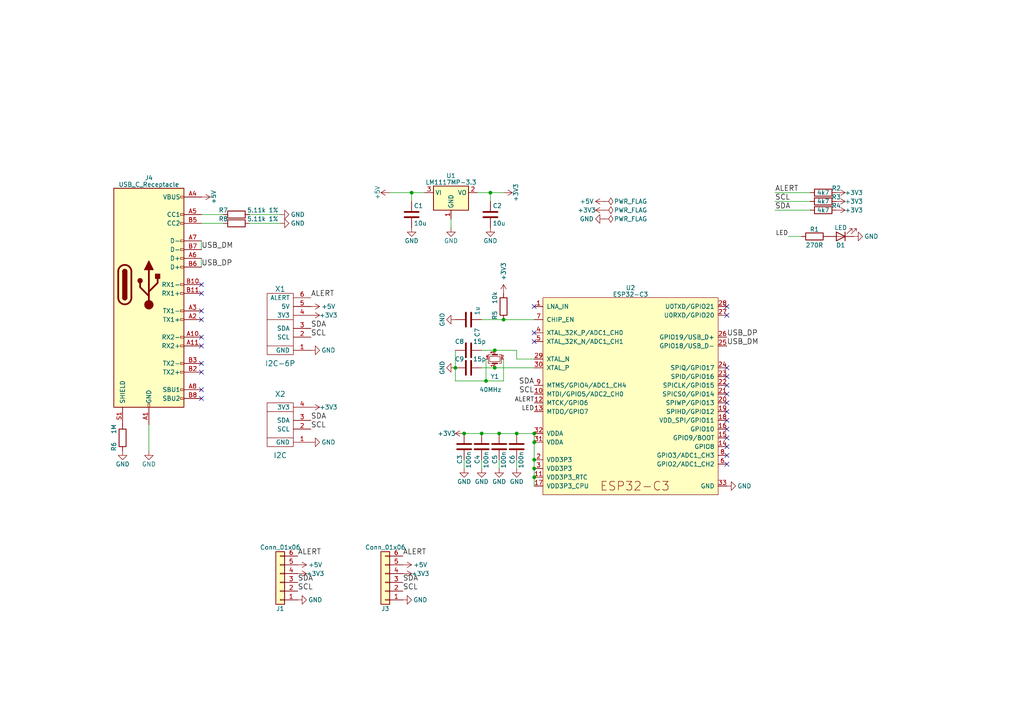
<source format=kicad_sch>
(kicad_sch (version 20230409) (generator eeschema)
  (paper "A4")
  (lib_symbols
    (symbol "Connector:USB_C_Receptacle" (pin_names (offset 1.016))
      (property "Reference" "J" (at -10.16 29.21 0))
      (property "Value" "USB_C_Receptacle" (at 10.16 29.21 0))
      (symbol "USB_C_Receptacle_0_0"
        (rectangle (start -0.254 -35.56) (end 0.254 -34.544))
        (rectangle (start 10.16 -32.766) (end 9.144 -33.274))
        (rectangle (start 10.16 -30.226) (end 9.144 -30.734))
        (rectangle (start 10.16 -25.146) (end 9.144 -25.654))
        (rectangle (start 10.16 -22.606) (end 9.144 -23.114))
        (rectangle (start 10.16 -17.526) (end 9.144 -18.034))
        (rectangle (start 10.16 -14.986) (end 9.144 -15.494))
        (rectangle (start 10.16 -9.906) (end 9.144 -10.414))
        (rectangle (start 10.16 -7.366) (end 9.144 -7.874))
        (rectangle (start 10.16 -2.286) (end 9.144 -2.794))
        (rectangle (start 10.16 0.254) (end 9.144 -0.254))
        (rectangle (start 10.16 5.334) (end 9.144 4.826))
        (rectangle (start 10.16 7.874) (end 9.144 7.366))
        (rectangle (start 10.16 10.414) (end 9.144 9.906))
        (rectangle (start 10.16 12.954) (end 9.144 12.446))
        (rectangle (start 10.16 18.034) (end 9.144 17.526))
        (rectangle (start 10.16 20.574) (end 9.144 20.066))
        (rectangle (start 10.16 25.654) (end 9.144 25.146))
      )
      (symbol "USB_C_Receptacle_0_1"
        (rectangle (start -10.16 27.94) (end 10.16 -35.56) (stroke (width 0.254)) (fill (type background)))
        (arc (start -8.89 -3.81) (mid -6.985 -5.7067) (end -5.08 -3.81) (stroke (width 0.508)))
        (arc (start -7.62 -3.81) (mid -6.985 -4.4423) (end -6.35 -3.81) (stroke (width 0.254)))
        (arc (start -7.62 -3.81) (mid -6.985 -4.4423) (end -6.35 -3.81) (stroke (width 0.254)) (fill (type outline)))
        (rectangle (start -7.62 -3.81) (end -6.35 3.81) (stroke (width 0.254)) (fill (type outline)))
        (arc (start -6.35 3.81) (mid -6.985 4.4423) (end -7.62 3.81) (stroke (width 0.254)))
        (arc (start -6.35 3.81) (mid -6.985 4.4423) (end -7.62 3.81) (stroke (width 0.254)) (fill (type outline)))
        (arc (start -5.08 3.81) (mid -6.985 5.7067) (end -8.89 3.81) (stroke (width 0.508)))
        (polyline (pts (xy -8.89 -3.81) (xy -8.89 3.81)) (stroke (width 0.508)))
        (polyline (pts (xy -5.08 3.81) (xy -5.08 -3.81)) (stroke (width 0.508)))
      )
      (symbol "USB_C_Receptacle_1_1"
        (circle (center -2.54 1.143) (radius 0.635) (stroke (width 0.254)) (fill (type outline)))
        (circle (center 0 -5.842) (radius 1.27) (fill (type outline)))
        (polyline (pts (xy 0 -5.842) (xy 0 4.318)) (stroke (width 0.508)))
        (polyline (pts (xy 0 -3.302) (xy -2.54 -0.762) (xy -2.54 0.508)) (stroke (width 0.508)))
        (polyline (pts (xy 0 -2.032) (xy 2.54 0.508) (xy 2.54 1.778)) (stroke (width 0.508)))
        (polyline (pts (xy -1.27 4.318) (xy 0 6.858) (xy 1.27 4.318) (xy -1.27 4.318)) (stroke (width 0.254)) (fill (type outline)))
        (rectangle (start 1.905 1.778) (end 3.175 3.048) (stroke (width 0.254)) (fill (type outline)))
        (pin passive line (at 0 -40.64 90) (length 5.08) (name "GND") (number "A1"))
        (pin bidirectional line (at 15.24 -15.24 180) (length 5.08) (name "RX2-") (number "A10"))
        (pin bidirectional line (at 15.24 -17.78 180) (length 5.08) (name "RX2+") (number "A11"))
        (pin passive line (at 0 -40.64 90) (length 5.08) hide (name "GND") (number "A12"))
        (pin bidirectional line (at 15.24 -10.16 180) (length 5.08) (name "TX1+") (number "A2"))
        (pin bidirectional line (at 15.24 -7.62 180) (length 5.08) (name "TX1-") (number "A3"))
        (pin passive line (at 15.24 25.4 180) (length 5.08) (name "VBUS") (number "A4"))
        (pin bidirectional line (at 15.24 20.32 180) (length 5.08) (name "CC1") (number "A5"))
        (pin bidirectional line (at 15.24 7.62 180) (length 5.08) (name "D+") (number "A6"))
        (pin bidirectional line (at 15.24 12.7 180) (length 5.08) (name "D-") (number "A7"))
        (pin bidirectional line (at 15.24 -30.48 180) (length 5.08) (name "SBU1") (number "A8"))
        (pin passive line (at 15.24 25.4 180) (length 5.08) hide (name "VBUS") (number "A9"))
        (pin passive line (at 0 -40.64 90) (length 5.08) hide (name "GND") (number "B1"))
        (pin bidirectional line (at 15.24 0 180) (length 5.08) (name "RX1-") (number "B10"))
        (pin bidirectional line (at 15.24 -2.54 180) (length 5.08) (name "RX1+") (number "B11"))
        (pin passive line (at 0 -40.64 90) (length 5.08) hide (name "GND") (number "B12"))
        (pin bidirectional line (at 15.24 -25.4 180) (length 5.08) (name "TX2+") (number "B2"))
        (pin bidirectional line (at 15.24 -22.86 180) (length 5.08) (name "TX2-") (number "B3"))
        (pin passive line (at 15.24 25.4 180) (length 5.08) hide (name "VBUS") (number "B4"))
        (pin bidirectional line (at 15.24 17.78 180) (length 5.08) (name "CC2") (number "B5"))
        (pin bidirectional line (at 15.24 5.08 180) (length 5.08) (name "D+") (number "B6"))
        (pin bidirectional line (at 15.24 10.16 180) (length 5.08) (name "D-") (number "B7"))
        (pin bidirectional line (at 15.24 -33.02 180) (length 5.08) (name "SBU2") (number "B8"))
        (pin passive line (at 15.24 25.4 180) (length 5.08) hide (name "VBUS") (number "B9"))
        (pin passive line (at -7.62 -40.64 90) (length 5.08) (name "SHIELD") (number "S1"))
      )
    )
    (symbol "Connector_Generic:Conn_01x06" (pin_names (offset 1.016) hide)
      (property "Reference" "J" (at 0 7.62 0))
      (property "Value" "Conn_01x06" (at 0 -10.16 0))
      (symbol "Conn_01x06_1_1"
        (rectangle (start -1.27 -7.493) (end 0 -7.747) (stroke (width 0.1524)))
        (rectangle (start -1.27 -4.953) (end 0 -5.207) (stroke (width 0.1524)))
        (rectangle (start -1.27 -2.413) (end 0 -2.667) (stroke (width 0.1524)))
        (rectangle (start -1.27 0.127) (end 0 -0.127) (stroke (width 0.1524)))
        (rectangle (start -1.27 2.667) (end 0 2.413) (stroke (width 0.1524)))
        (rectangle (start -1.27 5.207) (end 0 4.953) (stroke (width 0.1524)))
        (rectangle (start -1.27 6.35) (end 1.27 -8.89) (stroke (width 0.254)) (fill (type background)))
        (pin passive line (at -5.08 5.08 0) (length 3.81) (name "Pin_1") (number "1"))
        (pin passive line (at -5.08 2.54 0) (length 3.81) (name "Pin_2") (number "2"))
        (pin passive line (at -5.08 0 0) (length 3.81) (name "Pin_3") (number "3"))
        (pin passive line (at -5.08 -2.54 0) (length 3.81) (name "Pin_4") (number "4"))
        (pin passive line (at -5.08 -5.08 0) (length 3.81) (name "Pin_5") (number "5"))
        (pin passive line (at -5.08 -7.62 0) (length 3.81) (name "Pin_6") (number "6"))
      )
    )
    (symbol "Device:C" (pin_numbers hide) (pin_names (offset 0.254))
      (property "Reference" "C" (at 0.635 2.54 0))
      (property "Value" "C" (at 0.635 -2.54 0))
      (symbol "C_0_1"
        (polyline (pts (xy -2.032 -0.762) (xy 2.032 -0.762)) (stroke (width 0.508)))
        (polyline (pts (xy -2.032 0.762) (xy 2.032 0.762)) (stroke (width 0.508)))
      )
      (symbol "C_1_1"
        (pin passive line (at 0 3.81 270) (length 2.794) (name "~") (number "1"))
        (pin passive line (at 0 -3.81 90) (length 2.794) (name "~") (number "2"))
      )
    )
    (symbol "Device:Crystal_GND24_Small" (pin_names (offset 1.016) hide)
      (property "Reference" "Y" (at 1.27 4.445 0))
      (property "Value" "Crystal_GND24_Small" (at 1.27 2.54 0))
      (symbol "Crystal_GND24_Small_0_1"
        (rectangle (start -0.762 -1.524) (end 0.762 1.524))
        (polyline (pts (xy -1.27 -0.762) (xy -1.27 0.762)) (stroke (width 0.381)))
        (polyline (pts (xy 1.27 -0.762) (xy 1.27 0.762)) (stroke (width 0.381)))
        (polyline (pts (xy -1.27 -1.27) (xy -1.27 -1.905) (xy 1.27 -1.905) (xy 1.27 -1.27)))
        (polyline (pts (xy -1.27 1.27) (xy -1.27 1.905) (xy 1.27 1.905) (xy 1.27 1.27)))
      )
      (symbol "Crystal_GND24_Small_1_1"
        (pin passive line (at -2.54 0 0) (length 1.27) (name "1") (number "1"))
        (pin passive line (at 0 -2.54 90) (length 0.635) (name "2") (number "2"))
        (pin passive line (at 2.54 0 180) (length 1.27) (name "3") (number "3"))
        (pin passive line (at 0 2.54 270) (length 0.635) (name "4") (number "4"))
      )
    )
    (symbol "Device:LED" (pin_numbers hide) (pin_names (offset 1.016) hide)
      (property "Reference" "D" (at 0 2.54 0))
      (property "Value" "LED" (at 0 -2.54 0))
      (symbol "LED_0_1"
        (polyline (pts (xy -1.27 -1.27) (xy -1.27 1.27)) (stroke (width 0.254)))
        (polyline (pts (xy -1.27 0) (xy 1.27 0)))
        (polyline (pts (xy 1.27 -1.27) (xy 1.27 1.27) (xy -1.27 0) (xy 1.27 -1.27)) (stroke (width 0.254)))
        (polyline (pts (xy -3.048 -0.762) (xy -4.572 -2.286) (xy -3.81 -2.286) (xy -4.572 -2.286) (xy -4.572 -1.524)))
        (polyline (pts (xy -1.778 -0.762) (xy -3.302 -2.286) (xy -2.54 -2.286) (xy -3.302 -2.286) (xy -3.302 -1.524)))
      )
      (symbol "LED_1_1"
        (pin passive line (at -3.81 0 0) (length 2.54) (name "K") (number "1"))
        (pin passive line (at 3.81 0 180) (length 2.54) (name "A") (number "2"))
      )
    )
    (symbol "Device:R" (pin_numbers hide) (pin_names (offset 0))
      (property "Reference" "R" (at 2.032 0 90))
      (property "Value" "R" (at 0 0 90))
      (symbol "R_0_1"
        (rectangle (start -1.016 -2.54) (end 1.016 2.54) (stroke (width 0.254)))
      )
      (symbol "R_1_1"
        (pin passive line (at 0 3.81 270) (length 1.27) (name "~") (number "1"))
        (pin passive line (at 0 -3.81 90) (length 1.27) (name "~") (number "2"))
      )
    )
    (symbol "Drake:I2C" (pin_names (offset 1.016))
      (property "Reference" "X" (at 0 8.89 0))
      (property "Value" "I2C" (at 0 -8.89 0))
      (symbol "I2C_0_1"
        (polyline (pts (xy 3.81 -3.81) (xy -3.81 -3.81)))
        (polyline (pts (xy 3.81 3.81) (xy -3.81 3.81)))
        (rectangle (start 3.81 6.35) (end -3.81 -6.35))
      )
      (symbol "I2C_1_1"
        (pin power_in line (at 8.89 -5.08 180) (length 5.08) (name "GND") (number "1"))
        (pin open_collector line (at 8.89 -1.27 180) (length 5.08) (name "SCL") (number "2"))
        (pin open_collector line (at 8.89 1.27 180) (length 5.08) (name "SDA") (number "3"))
        (pin power_in line (at 8.89 5.08 180) (length 5.08) (name "3V3") (number "4"))
      )
    )
    (symbol "Drake:I2C-6P" (pin_names (offset 1.016))
      (property "Reference" "X" (at 0 12.7 0))
      (property "Value" "I2C-6P" (at 0 -8.89 0))
      (symbol "I2C-6P_0_1"
        (polyline (pts (xy 3.81 -3.81) (xy -3.81 -3.81)))
        (polyline (pts (xy 3.81 3.81) (xy -3.81 3.81)))
        (rectangle (start 3.81 11.43) (end -3.81 -6.35))
      )
      (symbol "I2C-6P_1_1"
        (pin power_in line (at 8.89 -5.08 180) (length 5.08) (name "GND") (number "1"))
        (pin open_collector line (at 8.89 -1.27 180) (length 5.08) (name "SCL") (number "2"))
        (pin open_collector line (at 8.89 1.27 180) (length 5.08) (name "SDA") (number "3"))
        (pin power_in line (at 8.89 5.08 180) (length 5.08) (name "3V3") (number "4"))
        (pin power_in line (at 8.89 7.62 180) (length 5.08) (name "5V") (number "5"))
        (pin open_collector line (at 8.89 10.16 180) (length 5.08) (name "ALERT") (number "6"))
      )
    )
    (symbol "Espressif:ESP32-C3" (pin_names (offset 1.016))
      (property "Reference" "U" (at 0 31.75 0))
      (property "Value" "ESP32-C3" (at 0 -27.94 0))
      (symbol "ESP32-C3_0_0"
        (text "ESP32-C3" (at 1.27 -24.13 0) (effects (font (size 2.54 2.54))))
        (pin bidirectional line (at -27.94 27.94 0) (length 2.54) (name "LNA_IN") (number "1"))
        (pin bidirectional line (at -27.94 2.54 0) (length 2.54) (name "MTDI/GPIO5/ADC2_CH0") (number "10"))
        (pin power_in line (at -27.94 -21.59 0) (length 2.54) (name "VDD3P3_RTC") (number "11"))
        (pin bidirectional line (at -27.94 0 0) (length 2.54) (name "MTCK/GPIO6") (number "12"))
        (pin bidirectional line (at -27.94 -2.54 0) (length 2.54) (name "MTDO/GPIO7") (number "13"))
        (pin bidirectional line (at 27.94 -12.7 180) (length 2.54) (name "GPIO8") (number "14"))
        (pin bidirectional line (at 27.94 -10.16 180) (length 2.54) (name "GPIO9/BOOT") (number "15"))
        (pin bidirectional line (at 27.94 -7.62 180) (length 2.54) (name "GPIO10") (number "16"))
        (pin power_in line (at -27.94 -24.13 0) (length 2.54) (name "VDD3P3_CPU") (number "17"))
        (pin bidirectional line (at 27.94 -5.08 180) (length 2.54) (name "VDD_SPI/GPIO11") (number "18"))
        (pin bidirectional line (at 27.94 -2.54 180) (length 2.54) (name "SPIHD/GPIO12") (number "19"))
        (pin power_in line (at -27.94 -16.51 0) (length 2.54) (name "VDD3P3") (number "2"))
        (pin bidirectional line (at 27.94 0 180) (length 2.54) (name "SPIWP/GPIO13") (number "20"))
        (pin bidirectional line (at 27.94 2.54 180) (length 2.54) (name "SPICS0/GPIO14") (number "21"))
        (pin bidirectional line (at 27.94 5.08 180) (length 2.54) (name "SPICLK/GPIO15") (number "22"))
        (pin bidirectional line (at 27.94 7.62 180) (length 2.54) (name "SPID/GPIO16") (number "23"))
        (pin bidirectional line (at 27.94 10.16 180) (length 2.54) (name "SPIQ/GPIO17") (number "24"))
        (pin bidirectional line (at 27.94 16.51 180) (length 2.54) (name "GPIO18/USB_D-") (number "25"))
        (pin bidirectional line (at 27.94 19.05 180) (length 2.54) (name "GPIO19/USB_D+") (number "26"))
        (pin bidirectional line (at 27.94 25.4 180) (length 2.54) (name "U0RXD/GPIO20") (number "27"))
        (pin bidirectional line (at 27.94 27.94 180) (length 2.54) (name "U0TXD/GPIO21") (number "28"))
        (pin output line (at -27.94 12.7 0) (length 2.54) (name "XTAL_N") (number "29"))
        (pin power_in line (at -27.94 -19.05 0) (length 2.54) (name "VDD3P3") (number "3"))
        (pin input line (at -27.94 10.16 0) (length 2.54) (name "XTAL_P") (number "30"))
        (pin power_in line (at -27.94 -11.43 0) (length 2.54) (name "VDDA") (number "31"))
        (pin power_in line (at -27.94 -8.89 0) (length 2.54) (name "VDDA") (number "32"))
        (pin power_in line (at 27.94 -24.13 180) (length 2.54) (name "GND") (number "33"))
        (pin output line (at -27.94 20.32 0) (length 2.54) (name "XTAL_32K_P/ADC1_CH0") (number "4"))
        (pin input line (at -27.94 17.78 0) (length 2.54) (name "XTAL_32K_N/ADC1_CH1") (number "5"))
        (pin bidirectional line (at 27.94 -17.78 180) (length 2.54) (name "GPIO2/ADC1_CH2") (number "6"))
        (pin input line (at -27.94 24.13 0) (length 2.54) (name "CHIP_EN") (number "7"))
        (pin bidirectional line (at 27.94 -15.24 180) (length 2.54) (name "GPIO3/ADC1_CH3") (number "8"))
        (pin bidirectional line (at -27.94 5.08 0) (length 2.54) (name "MTMS/GPIO4/ADC1_CH4") (number "9"))
      )
      (symbol "ESP32-C3_0_1"
        (rectangle (start -25.4 30.48) (end 25.4 -26.67) (fill (type background)))
      )
    )
    (symbol "Regulator_Linear:LM1117MP-3.3"
      (property "Reference" "U" (at -3.81 3.175 0))
      (property "Value" "LM1117MP-3.3" (at 0 3.175 0))
      (symbol "LM1117MP-3.3_0_1"
        (rectangle (start -5.08 -5.08) (end 5.08 1.905) (stroke (width 0.254)) (fill (type background)))
      )
      (symbol "LM1117MP-3.3_1_1"
        (pin power_in line (at 0 -7.62 90) (length 2.54) (name "GND") (number "1"))
        (pin power_out line (at 7.62 0 180) (length 2.54) (name "VO") (number "2"))
        (pin power_in line (at -7.62 0 0) (length 2.54) (name "VI") (number "3"))
      )
    )
    (symbol "power:+3.3V" (power) (pin_names (offset 0))
      (property "Value" "+3.3V" (at 0 3.556 0))
      (symbol "+3.3V_0_1"
        (polyline (pts (xy -0.762 1.27) (xy 0 2.54)))
        (polyline (pts (xy 0 0) (xy 0 2.54)))
        (polyline (pts (xy 0 2.54) (xy 0.762 1.27)))
      )
      (symbol "+3.3V_1_1"
        (pin power_in line (at 0 0 90) (length 0) hide (name "+3.3V") (number "1"))
      )
    )
    (symbol "power:+3V3" (power) (pin_names (offset 0))
      (property "Value" "+3V3" (at 0 3.556 0))
      (symbol "+3V3_0_1"
        (polyline (pts (xy -0.762 1.27) (xy 0 2.54)))
        (polyline (pts (xy 0 0) (xy 0 2.54)))
        (polyline (pts (xy 0 2.54) (xy 0.762 1.27)))
      )
      (symbol "+3V3_1_1"
        (pin power_in line (at 0 0 90) (length 0) hide (name "+3V3") (number "1"))
      )
    )
    (symbol "power:+5V" (power) (pin_names (offset 0))
      (property "Value" "+5V" (at 0 3.556 0))
      (symbol "+5V_0_1"
        (polyline (pts (xy -0.762 1.27) (xy 0 2.54)))
        (polyline (pts (xy 0 0) (xy 0 2.54)))
        (polyline (pts (xy 0 2.54) (xy 0.762 1.27)))
      )
      (symbol "+5V_1_1"
        (pin power_in line (at 0 0 90) (length 0) hide (name "+5V") (number "1"))
      )
    )
    (symbol "power:GND" (power) (pin_names (offset 0))
      (property "Value" "GND" (at 0 -3.81 0))
      (symbol "GND_0_1"
        (polyline (pts (xy 0 0) (xy 0 -1.27) (xy 1.27 -1.27) (xy 0 -2.54) (xy -1.27 -1.27) (xy 0 -1.27)))
      )
      (symbol "GND_1_1"
        (pin power_in line (at 0 0 270) (length 0) hide (name "GND") (number "1"))
      )
    )
    (symbol "power:PWR_FLAG" (power) (pin_numbers hide) (pin_names (offset 0) hide)
      (property "Value" "PWR_FLAG" (at 0 3.81 0))
      (symbol "PWR_FLAG_0_0"
        (pin power_out line (at 0 0 90) (length 0) (name "pwr") (number "1"))
      )
      (symbol "PWR_FLAG_0_1"
        (polyline (pts (xy 0 0) (xy 0 1.27) (xy -1.016 1.905) (xy 0 2.54) (xy 1.016 1.905) (xy 0 1.27)))
      )
    )
  )
  (junction (at 119.38 55.88))
  (junction (at 142.24 55.88))
  (junction (at 154.94 138.43))
  (junction (at 149.86 125.73))
  (junction (at 143.51 101.6))
  (junction (at 132.08 106.68))
  (junction (at 139.7 125.73))
  (junction (at 144.78 125.73))
  (junction (at 146.05 92.71))
  (junction (at 154.94 133.35))
  (junction (at 140.97 110.49))
  (junction (at 134.62 125.73))
  (junction (at 154.94 125.73))
  (junction (at 143.51 106.68))
  (junction (at 154.94 135.89))
  (junction (at 154.94 128.27))
  (no_connect (at 58.42 97.79))
  (no_connect (at 58.42 85.09))
  (no_connect (at 210.82 127))
  (no_connect (at 210.82 134.62))
  (no_connect (at 210.82 91.44))
  (no_connect (at 58.42 92.71))
  (no_connect (at 210.82 111.76))
  (no_connect (at 58.42 100.33))
  (no_connect (at 58.42 82.55))
  (no_connect (at 210.82 114.3))
  (no_connect (at 58.42 107.95))
  (no_connect (at 58.42 90.17))
  (no_connect (at 210.82 106.68))
  (no_connect (at 210.82 129.54))
  (no_connect (at 210.82 116.84))
  (no_connect (at 210.82 119.38))
  (no_connect (at 58.42 115.57))
  (no_connect (at 210.82 88.9))
  (no_connect (at 154.94 96.52))
  (no_connect (at 58.42 113.03))
  (no_connect (at 210.82 124.46))
  (no_connect (at 210.82 132.08))
  (no_connect (at 154.94 88.9))
  (no_connect (at 154.94 99.06))
  (no_connect (at 210.82 109.22))
  (no_connect (at 58.42 105.41))
  (no_connect (at 210.82 121.92))
  (wire (pts (xy 134.62 135.89) (xy 134.62 133.35)))
  (wire (pts (xy 140.97 110.49) (xy 146.05 110.49)))
  (wire (pts (xy 154.94 138.43) (xy 154.94 135.89)))
  (wire (pts (xy 154.94 133.35) (xy 154.94 128.27)))
  (wire (pts (xy 139.7 92.71) (xy 146.05 92.71)))
  (wire (pts (xy 224.79 55.88) (xy 234.95 55.88)))
  (wire (pts (xy 58.42 64.77) (xy 64.77 64.77)))
  (wire (pts (xy 139.7 106.68) (xy 143.51 106.68)))
  (wire (pts (xy 72.39 62.23) (xy 81.28 62.23)))
  (wire (pts (xy 154.94 135.89) (xy 154.94 133.35)))
  (wire (pts (xy 142.24 58.42) (xy 142.24 55.88)))
  (wire (pts (xy 154.94 92.71) (xy 146.05 92.71)))
  (wire (pts (xy 43.18 123.19) (xy 43.18 130.81)))
  (wire (pts (xy 58.42 69.85) (xy 58.42 72.39)))
  (wire (pts (xy 154.94 106.68) (xy 143.51 106.68)))
  (wire (pts (xy 58.42 74.93) (xy 58.42 77.47)))
  (wire (pts (xy 72.39 64.77) (xy 81.28 64.77)))
  (wire (pts (xy 119.38 58.42) (xy 119.38 55.88)))
  (wire (pts (xy 134.62 125.73) (xy 139.7 125.73)))
  (wire (pts (xy 58.42 62.23) (xy 64.77 62.23)))
  (wire (pts (xy 140.97 104.14) (xy 140.97 110.49)))
  (wire (pts (xy 232.41 68.58) (xy 228.6 68.58)))
  (wire (pts (xy 132.08 106.68) (xy 132.08 110.49)))
  (wire (pts (xy 144.78 125.73) (xy 149.86 125.73)))
  (wire (pts (xy 149.86 101.6) (xy 143.51 101.6)))
  (wire (pts (xy 139.7 135.89) (xy 139.7 133.35)))
  (wire (pts (xy 132.08 110.49) (xy 140.97 110.49)))
  (wire (pts (xy 142.24 55.88) (xy 146.05 55.88)))
  (wire (pts (xy 154.94 140.97) (xy 154.94 138.43)))
  (wire (pts (xy 139.7 101.6) (xy 143.51 101.6)))
  (wire (pts (xy 113.03 55.88) (xy 119.38 55.88)))
  (wire (pts (xy 130.81 66.04) (xy 130.81 63.5)))
  (wire (pts (xy 149.86 104.14) (xy 149.86 101.6)))
  (wire (pts (xy 144.78 135.89) (xy 144.78 133.35)))
  (wire (pts (xy 149.86 135.89) (xy 149.86 133.35)))
  (wire (pts (xy 224.79 60.96) (xy 234.95 60.96)))
  (wire (pts (xy 154.94 128.27) (xy 154.94 125.73)))
  (wire (pts (xy 146.05 104.14) (xy 146.05 110.49)))
  (wire (pts (xy 119.38 55.88) (xy 123.19 55.88)))
  (wire (pts (xy 138.43 55.88) (xy 142.24 55.88)))
  (wire (pts (xy 224.79 58.42) (xy 234.95 58.42)))
  (wire (pts (xy 154.94 104.14) (xy 149.86 104.14)))
  (wire (pts (xy 132.08 101.6) (xy 132.08 106.68)))
  (wire (pts (xy 149.86 125.73) (xy 154.94 125.73)))
  (wire (pts (xy 139.7 125.73) (xy 144.78 125.73)))
  (label "ALERT" (at 154.94 116.84 180))
  (label "USB_DP" (at 210.82 97.79 0) (effects (font (size 1.524 1.524))))
  (label "USB_DP" (at 58.42 77.47 0) (effects (font (size 1.524 1.524))))
  (label "SDA" (at 86.36 168.91 0) (effects (font (size 1.524 1.524))))
  (label "SCL" (at 116.84 171.45 0) (effects (font (size 1.524 1.524))))
  (label "LED" (at 228.6 68.58 180))
  (label "ALERT" (at 90.17 86.36 0) (effects (font (size 1.524 1.524))))
  (label "SDA" (at 90.17 95.25 0) (effects (font (size 1.524 1.524))))
  (label "SCL" (at 90.17 97.79 0) (effects (font (size 1.524 1.524))))
  (label "ALERT" (at 224.79 55.88 0) (effects (font (size 1.524 1.524))))
  (label "SCL" (at 224.79 58.42 0) (effects (font (size 1.524 1.524))))
  (label "SCL" (at 90.17 124.46 0) (effects (font (size 1.524 1.524))))
  (label "SDA" (at 116.84 168.91 0) (effects (font (size 1.524 1.524))))
  (label "USB_DM" (at 58.42 72.39 0) (effects (font (size 1.524 1.524))))
  (label "SCL" (at 86.36 171.45 0) (effects (font (size 1.524 1.524))))
  (label "SCL" (at 154.94 114.3 180) (effects (font (size 1.524 1.524))))
  (label "ALERT" (at 116.84 161.29 0) (effects (font (size 1.524 1.524))))
  (label "USB_DM" (at 210.82 100.33 0) (effects (font (size 1.524 1.524))))
  (label "SDA" (at 154.94 111.76 180) (effects (font (size 1.524 1.524))))
  (label "SDA" (at 90.17 121.92 0) (effects (font (size 1.524 1.524))))
  (label "ALERT" (at 86.36 161.29 0) (effects (font (size 1.524 1.524))))
  (label "SDA" (at 224.79 60.96 0) (effects (font (size 1.524 1.524))))
  (label "LED" (at 154.94 119.38 180))
  (symbol (lib_id "Drake:I2C-6P") (at 81.28 96.52 0) (unit 1)
    (property "Reference" "X1" (at 81.28 83.82 0) (effects (font (size 1.524 1.524))))
    (property "Value" "I2C-6P" (at 81.28 105.41 0) (effects (font (size 1.524 1.524))))
    (property "Footprint" "Drake:Micro-Match-FOB-6" (effects hide))
  )
  (symbol (lib_id "Drake:I2C") (at 81.28 123.19 0) (unit 1)
    (property "Reference" "X2" (at 81.28 114.3 0) (effects (font (size 1.524 1.524))))
    (property "Value" "I2C" (at 81.28 132.08 0) (effects (font (size 1.524 1.524))))
    (property "Footprint" "Drake:Micro-Match-FOB-4" (effects hide))
  )
  (symbol (lib_id "power:+5V") (at 58.42 57.15 270) (unit 1)
    (property "Reference" "#PWR05" (effects hide))
    (property "Value" "+5V" (at 61.976 57.15 0))
  )
  (symbol (lib_id "power:+5V") (at 113.03 55.88 90) (unit 1)
    (property "Reference" "#PWR011" (effects hide))
    (property "Value" "+5V" (at 109.474 55.88 0))
  )
  (symbol (lib_id "power:+3.3V") (at 146.05 55.88 270) (unit 1)
    (property "Reference" "#PWR018" (effects hide))
    (property "Value" "+3V3" (at 149.606 55.88 0))
  )
  (symbol (lib_id "power:+3.3V") (at 90.17 91.44 270) (unit 1)
    (property "Reference" "#PWR07" (effects hide))
    (property "Value" "+3V3" (at 95.25 91.44 90))
  )
  (symbol (lib_id "power:+3.3V") (at 90.17 118.11 270) (unit 1)
    (property "Reference" "#PWR09" (effects hide))
    (property "Value" "+3V3" (at 95.25 118.11 90))
  )
  (symbol (lib_id "power:+5V") (at 90.17 88.9 270) (unit 1)
    (property "Reference" "#PWR06" (effects hide))
    (property "Value" "+5V" (at 95.25 88.9 90))
  )
  (symbol (lib_id "power:GND") (at 35.56 130.81 0) (unit 1)
    (property "Reference" "#PWR04" (effects hide))
    (property "Value" "GND" (at 35.56 134.62 0))
  )
  (symbol (lib_id "power:GND") (at 210.82 140.97 90) (unit 1)
    (property "Reference" "#PWR022" (effects hide))
    (property "Value" "GND" (at 215.9 140.97 90))
  )
  (symbol (lib_id "Device:R") (at 238.76 60.96 270) (unit 1)
    (property "Reference" "R4" (at 242.57 59.69 90))
    (property "Value" "4k7" (at 238.76 60.96 90))
    (property "Footprint" "Resistor_SMD:R_0805_2012Metric" (effects hide))
  )
  (symbol (lib_id "Device:R") (at 238.76 58.42 270) (unit 1)
    (property "Reference" "R3" (at 242.57 57.15 90))
    (property "Value" "4k7" (at 238.76 58.42 90))
    (property "Footprint" "Resistor_SMD:R_0805_2012Metric" (effects hide))
  )
  (symbol (lib_id "power:GND") (at 130.81 66.04 0) (unit 1)
    (property "Reference" "#PWR016" (effects hide))
    (property "Value" "GND" (at 130.81 69.85 0))
  )
  (symbol (lib_id "power:GND") (at 90.17 101.6 90) (unit 1)
    (property "Reference" "#PWR08" (effects hide))
    (property "Value" "GND" (at 95.25 101.6 90))
  )
  (symbol (lib_id "power:GND") (at 90.17 128.27 90) (unit 1)
    (property "Reference" "#PWR010" (effects hide))
    (property "Value" "GND" (at 95.25 128.27 90))
  )
  (symbol (lib_id "Device:C") (at 134.62 129.54 0) (unit 1)
    (property "Reference" "C3" (at 133.35 134.62 90) (effects (justify left)))
    (property "Value" "100n" (at 135.89 135.89 90) (effects (justify left)))
    (property "Footprint" "Capacitor_SMD:C_0805_2012Metric" (effects hide))
  )
  (symbol (lib_id "power:GND") (at 134.62 135.89 0) (unit 1)
    (property "Reference" "#PWR023" (effects hide))
    (property "Value" "GND" (at 134.62 139.7 0))
  )
  (symbol (lib_id "Device:LED") (at 243.84 68.58 180) (unit 1)
    (property "Reference" "D1" (at 243.84 71.12 0))
    (property "Value" "LED" (at 243.84 66.04 0))
    (property "Footprint" "LED_SMD:LED_0805_2012Metric" (effects hide))
  )
  (symbol (lib_id "Device:R") (at 236.22 68.58 90) (unit 1)
    (property "Reference" "R1" (at 236.22 66.548 90))
    (property "Value" "270R" (at 236.22 71.12 90))
    (property "Footprint" "Resistor_SMD:R_0805_2012Metric" (effects hide))
  )
  (symbol (lib_id "power:GND") (at 247.65 68.58 90) (unit 1)
    (property "Reference" "#PWR030" (effects hide))
    (property "Value" "GND" (at 252.73 68.58 90))
  )
  (symbol (lib_id "power:+3.3V") (at 242.57 58.42 270) (unit 1)
    (property "Reference" "#PWR028" (effects hide))
    (property "Value" "+3V3" (at 247.65 58.42 90))
  )
  (symbol (lib_id "power:+3.3V") (at 242.57 60.96 270) (unit 1)
    (property "Reference" "#PWR029" (effects hide))
    (property "Value" "+3V3" (at 247.65 60.96 90))
  )
  (symbol (lib_id "Device:R") (at 238.76 55.88 270) (unit 1)
    (property "Reference" "R2" (at 242.57 54.61 90))
    (property "Value" "4k7" (at 238.76 55.88 90))
    (property "Footprint" "Resistor_SMD:R_0805_2012Metric" (effects hide))
  )
  (symbol (lib_id "power:+3.3V") (at 242.57 55.88 270) (unit 1)
    (property "Reference" "#PWR027" (effects hide))
    (property "Value" "+3V3" (at 247.65 55.88 90))
  )
  (symbol (lib_id "Device:C") (at 142.24 62.23 0) (unit 1)
    (property "Reference" "C2" (at 142.875 59.69 0) (effects (justify left)))
    (property "Value" "10u" (at 142.875 64.77 0) (effects (justify left)))
    (property "Footprint" "Capacitor_SMD:C_0805_2012Metric" (effects hide))
  )
  (symbol (lib_id "power:GND") (at 142.24 66.04 0) (unit 1)
    (property "Reference" "#PWR017" (effects hide))
    (property "Value" "GND" (at 142.24 69.85 0))
  )
  (symbol (lib_id "power:PWR_FLAG") (at 175.26 58.42 270) (unit 1)
    (property "Reference" "#FLG01" (effects hide))
    (property "Value" "PWR_FLAG" (at 182.88 58.42 90))
  )
  (symbol (lib_id "power:PWR_FLAG") (at 175.26 60.96 270) (unit 1)
    (property "Reference" "#FLG02" (effects hide))
    (property "Value" "PWR_FLAG" (at 182.88 60.96 90))
  )
  (symbol (lib_id "power:PWR_FLAG") (at 175.26 63.5 270) (unit 1)
    (property "Reference" "#FLG03" (effects hide))
    (property "Value" "PWR_FLAG" (at 182.88 63.5 90))
  )
  (symbol (lib_id "power:GND") (at 175.26 63.5 270) (unit 1)
    (property "Reference" "#PWR021" (effects hide))
    (property "Value" "GND" (at 170.18 63.5 90))
  )
  (symbol (lib_id "power:+3.3V") (at 175.26 60.96 90) (unit 1)
    (property "Reference" "#PWR020" (effects hide))
    (property "Value" "+3V3" (at 170.18 60.96 90))
  )
  (symbol (lib_id "power:+5V") (at 175.26 58.42 90) (unit 1)
    (property "Reference" "#PWR019" (effects hide))
    (property "Value" "+5V" (at 170.18 58.42 90))
  )
  (symbol (lib_id "Connector_Generic:Conn_01x06") (at 81.28 168.91 180) (unit 1)
    (property "Reference" "J1" (at 81.28 176.53 0))
    (property "Value" "Conn_01x06" (at 81.28 158.75 0))
    (property "Footprint" "Connector_PinHeader_2.54mm:PinHeader_1x06_P2.54mm_Vertical" (effects hide))
  )
  (symbol (lib_id "power:+3.3V") (at 86.36 166.37 270) (unit 1)
    (property "Reference" "#PWR02" (effects hide))
    (property "Value" "+3V3" (at 91.44 166.37 90))
  )
  (symbol (lib_id "power:+5V") (at 86.36 163.83 270) (unit 1)
    (property "Reference" "#PWR01" (effects hide))
    (property "Value" "+5V" (at 91.44 163.83 90))
  )
  (symbol (lib_id "power:GND") (at 86.36 173.99 90) (unit 1)
    (property "Reference" "#PWR03" (effects hide))
    (property "Value" "GND" (at 91.44 173.99 90))
  )
  (symbol (lib_id "Connector_Generic:Conn_01x06") (at 111.76 168.91 180) (unit 1)
    (property "Reference" "J3" (at 111.76 176.53 0))
    (property "Value" "Conn_01x06" (at 111.76 158.75 0))
    (property "Footprint" "Connector_IDC:IDC-Header_2x03_P2.54mm_Vertical" (effects hide))
  )
  (symbol (lib_id "power:+3.3V") (at 116.84 166.37 270) (unit 1)
    (property "Reference" "#PWR013" (effects hide))
    (property "Value" "+3V3" (at 121.92 166.37 90))
  )
  (symbol (lib_id "power:+5V") (at 116.84 163.83 270) (unit 1)
    (property "Reference" "#PWR012" (effects hide))
    (property "Value" "+5V" (at 121.92 163.83 90))
  )
  (symbol (lib_id "power:GND") (at 116.84 173.99 90) (unit 1)
    (property "Reference" "#PWR014" (effects hide))
    (property "Value" "GND" (at 121.92 173.99 90))
  )
  (symbol (lib_id "power:GND") (at 119.38 66.04 0) (unit 1)
    (property "Reference" "#PWR015" (effects hide))
    (property "Value" "GND" (at 119.38 69.85 0))
  )
  (symbol (lib_id "power:GND") (at 132.08 106.68 270) (unit 1)
    (property "Reference" "#PWR035" (effects hide))
    (property "Value" "GND" (at 128.27 106.68 0))
  )
  (symbol (lib_id "Connector:USB_C_Receptacle") (at 43.18 82.55 0) (unit 1)
    (property "Reference" "J4" (at 43.18 51.6001 0))
    (property "Value" "USB_C_Receptacle" (at 43.18 53.5211 0))
    (property "Footprint" "Connector_USB:USB_C_Receptacle_G-Switch_GT-USB-7010ASV" (effects hide))
    (property "Datasheet" "https://www.usb.org/sites/default/files/documents/usb_type-c.zip" (effects hide))
  )
  (symbol (lib_id "Device:Crystal_GND24_Small") (at 143.51 104.14 90) (unit 1)
    (property "Reference" "Y1" (at 143.51 109.22 90))
    (property "Value" "40MHz" (at 142.24 113.03 90))
    (property "Footprint" "Crystal:Crystal_SMD_3225-4Pin_3.2x2.5mm" (effects hide))
  )
  (symbol (lib_id "power:GND") (at 81.28 62.23 90) (unit 1)
    (property "Reference" "#PWR036" (effects hide))
    (property "Value" "GND" (at 86.36 62.23 90))
  )
  (symbol (lib_id "Device:R") (at 146.05 88.9 180) (unit 1)
    (property "Reference" "R5" (at 143.51 91.44 90))
    (property "Value" "10k" (at 143.51 86.36 90))
    (property "Footprint" "Resistor_SMD:R_0805_2012Metric" (effects hide))
  )
  (symbol (lib_id "Espressif:ESP32-C3") (at 182.88 116.84 0) (unit 1)
    (property "Reference" "U2" (at 182.88 83.4771 0))
    (property "Value" "ESP32-C3" (at 182.88 85.3981 0))
    (property "Footprint" "Package_DFN_QFN:QFN-32-1EP_5x5mm_P0.5mm_EP3.45x3.45mm" (effects hide))
    (property "Datasheet" "https://www.espressif.com/sites/default/files/documentation/esp32-c3_datasheet_en.pdf" (effects hide))
  )
  (symbol (lib_id "Device:C") (at 135.89 92.71 90) (unit 1)
    (property "Reference" "C7" (at 138.43 97.79 0) (effects (justify left)))
    (property "Value" "1u" (at 138.43 91.44 0) (effects (justify left)))
    (property "Footprint" "Capacitor_SMD:C_0805_2012Metric" (effects hide))
  )
  (symbol (lib_id "Device:C") (at 119.38 62.23 0) (unit 1)
    (property "Reference" "C1" (at 120.015 59.69 0) (effects (justify left)))
    (property "Value" "10u" (at 120.015 64.77 0) (effects (justify left)))
    (property "Footprint" "Capacitor_SMD:C_0805_2012Metric" (effects hide))
  )
  (symbol (lib_id "power:+3.3V") (at 134.62 125.73 90) (unit 1)
    (property "Reference" "#PWR032" (effects hide))
    (property "Value" "+3V3" (at 129.54 125.73 90))
  )
  (symbol (lib_id "power:GND") (at 144.78 135.89 0) (unit 1)
    (property "Reference" "#PWR025" (effects hide))
    (property "Value" "GND" (at 144.78 139.7 0))
  )
  (symbol (lib_id "Device:R") (at 68.58 62.23 90) (unit 1)
    (property "Reference" "R7" (at 64.77 60.96 90))
    (property "Value" "5.11k 1%" (at 76.2 60.96 90))
    (property "Footprint" "Resistor_SMD:R_0805_2012Metric" (effects hide))
  )
  (symbol (lib_id "power:GND") (at 43.18 130.81 0) (unit 1)
    (property "Reference" "#PWR031" (effects hide))
    (property "Value" "GND" (at 43.18 134.62 0))
  )
  (symbol (lib_id "Device:C") (at 135.89 101.6 90) (unit 1)
    (property "Reference" "C8" (at 134.62 99.06 90) (effects (justify left)))
    (property "Value" "15p" (at 140.97 99.06 90) (effects (justify left)))
    (property "Footprint" "Capacitor_SMD:C_0805_2012Metric" (effects hide))
  )
  (symbol (lib_id "Regulator_Linear:LM1117MP-3.3") (at 130.81 55.88 0) (unit 1)
    (property "Reference" "U1" (at 130.81 50.9651 0))
    (property "Value" "LM1117MP-3.3" (at 130.81 52.8861 0))
    (property "Footprint" "Package_TO_SOT_SMD:SOT-223-3_TabPin2" (effects hide))
    (property "Datasheet" "http://www.ti.com/lit/ds/symlink/lm1117.pdf" (effects hide))
  )
  (symbol (lib_id "Device:C") (at 135.89 106.68 90) (unit 1)
    (property "Reference" "C9" (at 134.62 104.14 90) (effects (justify left)))
    (property "Value" "15p" (at 140.97 104.14 90) (effects (justify left)))
    (property "Footprint" "Capacitor_SMD:C_0805_2012Metric" (effects hide))
  )
  (symbol (lib_id "Device:C") (at 144.78 129.54 0) (unit 1)
    (property "Reference" "C5" (at 143.51 134.62 90) (effects (justify left)))
    (property "Value" "100n" (at 146.05 135.89 90) (effects (justify left)))
    (property "Footprint" "Capacitor_SMD:C_0805_2012Metric" (effects hide))
  )
  (symbol (lib_id "power:GND") (at 149.86 135.89 0) (unit 1)
    (property "Reference" "#PWR026" (effects hide))
    (property "Value" "GND" (at 149.86 139.7 0))
  )
  (symbol (lib_id "power:+3V3") (at 146.05 85.09 0) (unit 1)
    (property "Reference" "#PWR033" (effects hide))
    (property "Value" "+3V3" (at 146.05 78.74 90))
  )
  (symbol (lib_id "Device:R") (at 35.56 127 180) (unit 1)
    (property "Reference" "R6" (at 33.02 129.54 90))
    (property "Value" "1M" (at 33.02 124.46 90))
    (property "Footprint" "Resistor_SMD:R_0805_2012Metric" (effects hide))
  )
  (symbol (lib_id "Device:C") (at 149.86 129.54 0) (unit 1)
    (property "Reference" "C6" (at 148.59 134.62 90) (effects (justify left)))
    (property "Value" "100n" (at 151.13 135.89 90) (effects (justify left)))
    (property "Footprint" "Capacitor_SMD:C_0805_2012Metric" (effects hide))
  )
  (symbol (lib_id "power:GND") (at 139.7 135.89 0) (unit 1)
    (property "Reference" "#PWR024" (effects hide))
    (property "Value" "GND" (at 139.7 139.7 0))
  )
  (symbol (lib_id "Device:R") (at 68.58 64.77 90) (unit 1)
    (property "Reference" "R8" (at 64.77 63.5 90))
    (property "Value" "5.11k 1%" (at 76.2 63.5 90))
    (property "Footprint" "Resistor_SMD:R_0805_2012Metric" (effects hide))
  )
  (symbol (lib_id "Device:C") (at 139.7 129.54 0) (unit 1)
    (property "Reference" "C4" (at 138.43 134.62 90) (effects (justify left)))
    (property "Value" "100n" (at 140.97 135.89 90) (effects (justify left)))
    (property "Footprint" "Capacitor_SMD:C_0805_2012Metric" (effects hide))
  )
  (symbol (lib_id "power:GND") (at 81.28 64.77 90) (unit 1)
    (property "Reference" "#PWR037" (effects hide))
    (property "Value" "GND" (at 86.36 64.77 90))
  )
  (symbol (lib_id "power:GND") (at 132.08 92.71 270) (unit 1)
    (property "Reference" "#PWR034" (effects hide))
    (property "Value" "GND" (at 128.27 92.71 0))
  )
)
</source>
